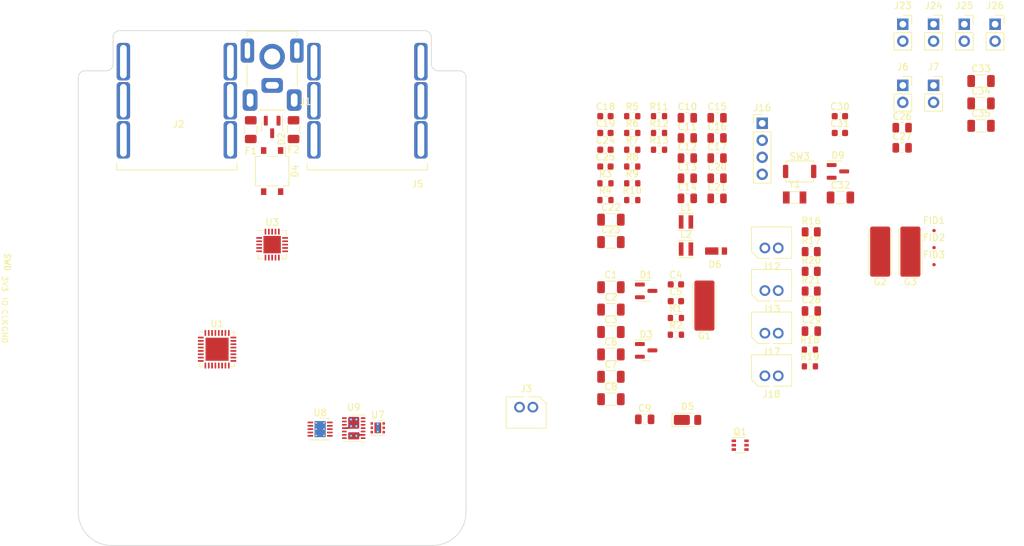
<source format=kicad_pcb>
(kicad_pcb (version 20221018) (generator pcbnew)
  (title_block (date "2023-01-12"))
  (layers (0 "F.Cu" mixed) (1 "In1.Cu" power) (2 "In2.Cu" power) (31 "B.Cu" mixed) (34 "B.Paste" user) (35 "F.Paste" user) (36 "B.SilkS" user "B.Silkscreen") (37 "F.SilkS" user "F.Silkscreen") (38 "B.Mask" user) (39 "F.Mask" user) (44 "Edge.Cuts" user))
  (net 0 "")
  (net 1 "+3V3")
  (net 2 "GND")
  (net 3 "/Input Output/AUDIO_OUT")
  (net 4 "AUDIO_IN_FILT")
  (net 5 "/Input Output/AUDIO_IN")
  (net 6 "DC_IN")
  (net 7 "/Power/V_SW_D2")
  (net 8 "+Vsw")
  (net 9 "-Vsw")
  (net 10 "+9V")
  (net 11 "-9V")
  (net 12 "AUDIO_OUT_FILT")
  (net 13 "/Input Output/DC_IN-")
  (net 14 "/Power/VBYPP")
  (net 15 "/Power/VBYPN")
  (net 16 "V_FTSW_A")
  (net 17 "V_FTSW_B")
  (net 18 "/Input Output/DC_IN_FUSED+")
  (net 19 "/Input Output/DC_IN_FUSED-")
  (net 20 "/Input Output/DC_IN+")
  (net 21 "/Input Output/BATT_SW_A")
  (net 22 "/Input Output/BATT_SW_B")
  (net 23 "AUDIO_IN_A")
  (net 24 "AUDIO_IN_B")
  (net 25 "/Power/FB2")
  (net 26 "/Power/FB1")
  (net 27 "/Power/+9VREG_FBP")
  (net 28 "/Power/-9VREG_FBN")
  (net 29 "AUDIO_OUT_A")
  (net 30 "AUDIO_OUT_B")
  (net 31 "/Footswitches/V_FTSW_RAW_A")
  (net 32 "/Footswitches/V_FTSW_RAW_B")
  (net 33 "/Footswitches/V_LEDB")
  (net 34 "/Footswitches/V_LEDA")
  (net 35 "VLED1")
  (net 36 "Net-(Q1B-D)")
  (net 37 "VLED2")
  (net 38 "Net-(Q1A-D)")
  (net 39 "Net-(U8-VREF)")
  (net 41 "/Microcontroller/XO1")
  (net 42 "/Power/VSW1")
  (net 43 "/Power/VSW2")
  (net 44 "/Power/5VREG_FB")
  (net 45 "/Microcontroller/XO2")
  (net 47 "SWDIO")
  (net 48 "/Microcontroller/SW_EN")
  (net 49 "/Microcontroller/SW_IN1")
  (net 50 "/Microcontroller/SW_IN2")
  (net 51 "/Microcontroller/SW_IN3")
  (net 52 "RST")
  (net 53 "/Microcontroller/SW_IN4")
  (net 56 "/Microcontroller/BYPASS_A")
  (net 57 "/Microcontroller/AUDIO_A_TO_B")
  (net 58 "SWDCK")
  (net 59 "/Microcontroller/BYPASS_B")
  (net 67 "+12V_EN")
  (net 68 "-12V_EN")
  (footprint "Resistor_SMD:R_0603_1608Metric" (layer "F.Cu") (at 177.85 91.83)
    (fp_text reference "R3" (at 0 -1.43) (layer "F.SilkS"))
    (fp_text value "62kΩ")
    (pad "1" smd roundrect (at -0.825 0) (size 0.8 0.95) (layers "F.Cu" "F.Paste" "F.Mask") (net 1 "+3V3"))
    (pad "2" smd roundrect (at 0.825 0) (size 0.8 0.95) (layers "F.Cu" "F.Paste" "F.Mask") (net 44 "/Power/5VREG_FB"))
  )
  (footprint "Resistor_SMD:R_0603_1608Metric" (layer "F.Cu") (at 181.86 84.3)
    (fp_text reference "R6" (at 0 -1.43) (layer "F.SilkS"))
    (fp_text value "62kΩ")
    (pad "1" smd roundrect (at -0.825 0) (size 0.8 0.95) (layers "F.Cu" "F.Paste" "F.Mask") (net 39 "Net-(U8-VREF)"))
    (pad "2" smd roundrect (at 0.825 0) (size 0.8 0.95) (layers "F.Cu" "F.Paste" "F.Mask") (net 25 "/Power/FB2"))
  )
  (footprint "Button_Switch_SMD:SW_Push_SPST_NO_Alps_SKRK" (layer "F.Cu") (at 206.9 90.05)
    (fp_text reference "SW3" (at 0 -2.25) (layer "F.SilkS"))
    (fp_text value "SW_DIP_x01")
    (pad "1" smd roundrect (at -2.1 0) (size 0.8 2) (layers "F.Cu" "F.Paste" "F.Mask") (net 2 "GND"))
    (pad "2" smd roundrect (at 2.1 0) (size 0.8 2) (layers "F.Cu" "F.Paste" "F.Mask") (net 52 "RST"))
  )
  (footprint "Library:Harwin_EMI_Finger_S7061-46R" (layer "F.Cu") (at 192.655 110.12)
    (fp_text reference "G1" (at 0 4.5 unlocked) (layer "F.SilkS"))
    (fp_text value "Chassis")
    (pad "1" smd roundrect (at 0 0) (size 3 7.5) (layers "F.Cu" "F.Paste" "F.Mask") (roundrect_rratio 0.1) (net 2 "GND"))
  )
  (footprint "Connector_PinSocket_2.54mm:PinSocket_1x02_P2.54mm_Vertical" (layer "F.Cu") (at 231.53 68.03)
    (fp_text reference "J25" (at 0 -2.77) (layer "F.SilkS"))
    (fp_text value "2P_HEADER")
    (pad "1" thru_hole rect (at 0 0) (size 1.7 1.7) (drill 1) (layers "*.Cu" "*.Mask") (net 2 "GND"))
    (pad "2" thru_hole oval (at 0 2.54) (size 1.7 1.7) (drill 1) (layers "*.Cu" "*.Mask") (net 29 "AUDIO_OUT_A"))
  )
  (footprint "Capacitor_SMD:C_0805_2012Metric" (layer "F.Cu") (at 194.55 88.06)
    (fp_text reference "C17" (at 0 -1.68) (layer "F.SilkS"))
    (fp_text value "22μF")
    (pad "1" smd roundrect (at -0.95 0) (size 1 1.45) (layers "F.Cu" "F.Paste" "F.Mask") (net 9 "-Vsw"))
    (pad "2" smd roundrect (at 0.95 0) (size 1 1.45) (layers "F.Cu" "F.Paste" "F.Mask") (net 2 "GND"))
  )
  (footprint "Library:DE14MA" (layer "F.Cu") (at 140.2 128.45)
    (fp_text reference "U9" (at 0 -3.125) (layer "F.SilkS"))
    (fp_text value "LT3032")
    (fp_line (start -1.25 0) (end -1 0) (stroke (width 0.25)) (layer "F.Cu"))
    (fp_line (start 1.4 1) (end 0.6 1) (stroke (width 0.25)) (layer "F.Cu"))
    (fp_arc (start -0.95 0.06) (mid -0.72568 0.034807) (end -0.5 0.03) (stroke (width 0.12)) (layer "F.Cu"))
    (fp_arc (start -0.7 -0.3) (mid -0.787868 -0.087868) (end -1 0) (stroke (width 0.25)) (layer "F.Cu"))
    (fp_arc (start 0.7 1.3) (mid 0.787868 1.087868) (end 1 1) (stroke (width 0.25)) (layer "F.Cu"))
    (fp_arc (start 1 1) (mid 0.805257 0.925483) (end 0.71 0.74) (stroke (width 0.25)) (layer "F.Cu"))
    (pad "1" smd roundrect (at -1.4 -1.5 270) (size 0.25 0.7) (layers "F.Cu" "F.Paste" "F.Mask") (net 10 "+9V"))
    (pad "2" smd roundrect (at -1.4 -1 270) (size 0.25 0.7) (layers "F.Cu" "F.Paste" "F.Mask") (net 27 "/Power/+9VREG_FBP"))
    (pad "3" smd roundrect (at -1.4 -0.5 270) (size 0.25 0.7) (layers "F.Cu" "F.Paste" "F.Mask") (net 14 "/Power/VBYPP"))
    (pad "4" smd roundrect (at -1.4 0 270) (size 0.25 0.7) (layers "F.Cu" "F.Paste" "F.Mask") (net 2 "GND"))
    (pad "5" smd roundrect (at -1.4 0.5 270) (size 0.25 0.7) (layers "F.Cu" "F.Paste" "F.Mask") (net 2 "GND"))
    (pad "6" smd roundrect (at -1.4 1 270) (size 0.25 0.7) (layers "F.Cu" "F.Paste" "F.Mask") (net 9 "-Vsw"))
    (pad "7" smd roundrect (at -1.4 1.5 270) (size 0.25 0.7) (layers "F.Cu" "F.Paste" "F.Mask") (net 11 "-9V"))
    (pad "8" smd roundrect (at 1.4 1.5 270) (size 0.25 0.7) (layers "F.Cu" "F.Paste" "F.Mask") (net 28 "/Power/-9VREG_FBN"))
    (pad "9" smd roundrect (at 1.4 1 270) (size 0.25 0.7) (layers "F.Cu" "F.Paste" "F.Mask") (net 9 "-Vsw"))
    (pad "10" smd roundrect (at 1.4 0.5 270) (size 0.25 0.7) (layers "F.Cu" "F.Paste" "F.Mask") (net 8 "+Vsw"))
    (pad "11" smd roundrect (at 1.4 0 270) (size 0.25 0.7) (layers "F.Cu" "F.Paste" "F.Mask") (net 15 "/Power/VBYPN"))
    (pad "12" smd roundrect (at 1.4 -0.5 270) (size 0.25 0.7) (layers "F.Cu" "F.Paste" "F.Mask") (net 8 "+Vsw"))
    (pad "13" smd roundrect (at 1.4 -1 270) (size 0.25 0.7) (layers "F.Cu" "F.Paste" "F.Mask"))
    (pad "14" smd roundrect (at 1.4 -1.5 270) (size 0.25 0.7) (layers "F.Cu" "F.Paste" "F.Mask") (net 8 "+Vsw"))
    (pad "15" thru_hole circle (at -0.4 -1.3) (size 0.5 0.5) (drill 0.2) (property pad_prop_heatsink) (layers "*.Cu" "*.Mask") (net 2 "GND"))
    (pad "15" thru_hole circle (at -0.4 -0.3) (size 0.5 0.5) (drill 0.2) (property pad_prop_heatsink) (layers "*.Cu" "*.Mask") (net 2 "GND"))
    (pad "15" smd roundrect (at 0 -0.8 270) (size 1.78 1.65) (layers "F.Cu" "F.Mask") (roundrect_rratio 0.1) (chamfer_ratio 0.1) (chamfer bottom_left) (net 2 "GND"))
    (pad "15" thru_hole circle (at 0.4 -1.3) (size 0.5 0.5) (drill 0.2) (property pad_prop_heatsink) (layers "*.Cu" "*.Mask") (net 2 "GND"))
    (pad "15" thru_hole circle (at 0.4 -0.3) (size 0.5 0.5) (drill 0.2) (property pad_prop_heatsink) (layers "*.Cu" "*.Mask") (net 2 "GND"))
    (pad "16" thru_hole circle (at -0.4 1.15) (size 0.5 0.5) (drill 0.2) (property pad_prop_heatsink) (layers "*.Cu" "*.Mask") (net 9 "-Vsw"))
    (pad "16" smd roundrect (at 0 1.15 270) (size 1.07 1.65) (layers "F.Cu" "F.Mask") (roundrect_rratio 0.1) (net 9 "-Vsw"))
    (pad "16" thru_hole circle (at 0.4 1.15) (size 0.5 0.5) (drill 0.2) (property pad_prop_heatsink) (layers "*.Cu" "*.Mask") (net 9 "-Vsw"))
  )
  (footprint "Capacitor_SMD:C_1206_3216Metric" (layer "F.Cu") (at 234.03 76.53)
    (fp_text reference "C33" (at 0 -1.85) (layer "F.SilkS"))
    (fp_text value "100nF")
    (pad "1" smd roundrect (at -1.475 0) (size 1.15 1.8) (layers "F.Cu" "F.Paste" "F.Mask") (roundrect_rratio 0.217391) (net 2 "GND"))
    (pad "2" smd roundrect (at 1.475 0) (size 1.15 1.8) (layers "F.Cu" "F.Paste" "F.Mask") (roundrect_rratio 0.217391) (net 10 "+9V"))
  )
  (footprint "Fiducial:Fiducial_0.5mm_Mask1mm" (layer "F.Cu") (at 227 98.9)
    (fp_text reference "FID1" (at 0 -1.5) (layer "F.SilkS"))
    (fp_text value "Fiducial")
    (pad "" smd circle (at 0 0) (size 0.5 0.5) (layers "F.Cu" "F.Mask") (clearance 0.25))
  )
  (footprint "Capacitor_SMD:C_0805_2012Metric" (layer "F.Cu") (at 194.55 82.04)
    (fp_text reference "C15" (at 0 -1.68) (layer "F.SilkS"))
    (fp_text value "22μF")
    (pad "1" smd roundrect (at -0.95 0) (size 1 1.45) (layers "F.Cu" "F.Paste" "F.Mask") (net 9 "-Vsw"))
    (pad "2" smd roundrect (at 0.95 0) (size 1 1.45) (layers "F.Cu" "F.Paste" "F.Mask") (net 2 "GND"))
  )
  (footprint "Library:TE_HPI_2.0MM_PITCH_MALE_HEADER_2POS" (layer "F.Cu") (at 202.7 109.625)
    (fp_text reference "J13" (at 0 1 unlocked) (layer "F.SilkS"))
    (fp_text value "6-440054-2")
    (pad "1" thru_hole circle (at -1 -1.75) (size 1.6 1.6) (drill 1) (layers "*.Cu" "*.Mask") (net 32 "/Footswitches/V_FTSW_RAW_B"))
    (pad "2" thru_hole circle (at 1 -1.75) (size 1.6 1.6) (drill 1) (layers "*.Cu" "*.Mask") (net 1 "+3V3"))
  )
  (footprint "Capacitor_SMD:C_0805_2012Metric" (layer "F.Cu") (at 208.65 113.94)
    (fp_text reference "C29" (at 0 -1.68) (layer "F.SilkS"))
    (fp_text value "22μF")
    (pad "1" smd roundrect (at -0.95 0) (size 1 1.45) (layers "F.Cu" "F.Paste" "F.Mask") (net 2 "GND"))
    (pad "2" smd roundrect (at 0.95 0) (size 1 1.45) (layers "F.Cu" "F.Paste" "F.Mask") (net 17 "V_FTSW_B"))
  )
  (footprint "Capacitor_SMD:C_0805_2012Metric" (layer "F.Cu") (at 190.1 82.04)
    (fp_text reference "C10" (at 0 -1.68) (layer "F.SilkS"))
    (fp_text value "22μF")
    (pad "1" smd roundrect (at -0.95 0) (size 1 1.45) (layers "F.Cu" "F.Paste" "F.Mask") (net 2 "GND"))
    (pad "2" smd roundrect (at 0.95 0) (size 1 1.45) (layers "F.Cu" "F.Paste" "F.Mask") (net 6 "DC_IN"))
  )
  (footprint "Library:Harwin_EMI_Finger_S7061-46R" (layer "F.Cu") (at 223.465 102.05)
    (fp_text reference "G3" (at 0 4.5 unlocked) (layer "F.SilkS"))
    (fp_text value "Chassis")
    (pad "1" smd roundrect (at 0 0) (size 3 7.5) (layers "F.Cu" "F.Paste" "F.Mask") (roundrect_rratio 0.1) (net 2 "GND"))
  )
  (footprint "Package_TO_SOT_SMD:TO-269AA" (layer "F.Cu") (at 128 90 -90)
    (fp_text reference "D4" (at 0 -3.4 90) (layer "F.SilkS"))
    (fp_text value "FULL BRIDGE")
    (pad "1" smd rect (at -3.075 -1.27 270) (size 1 0.8) (layers "F.Cu" "F.Paste" "F.Mask") (net 18 "/Input Output/DC_IN_FUSED+"))
    (pad "2" smd rect (at -3.075 1.27 270) (size 1 0.8) (layers "F.Cu" "F.Paste" "F.Mask") (net 19 "/Input Output/DC_IN_FUSED-"))
    (pad "3" smd rect (at 3.075 1.27 270) (size 1 0.8) (layers "F.Cu" "F.Paste" "F.Mask") (net 6 "DC_IN"))
    (pad "4" smd rect (at 3.075 -1.27 270) (size 1 0.8) (layers "F.Cu" "F.Paste" "F.Mask") (net 2 "GND"))
  )
  (footprint "Connector_PinHeader_2.54mm:PinHeader_1x04_P2.54mm_Vertical" (layer "F.Cu") (at 201.3 82.86)
    (fp_text reference "J16" (at 0 -2.33) (layer "F.SilkS"))
    (fp_text value "Conn_01x04_Pin")
    (pad "1" thru_hole rect (at 0 0) (size 1.7 1.7) (drill 1) (layers "*.Cu" "*.Mask") (net 1 "+3V3"))
    (pad "2" thru_hole oval (at 0 2.54) (size 1.7 1.7) (drill 1) (layers "*.Cu" "*.Mask") (net 47 "SWDIO"))
    (pad "3" thru_hole oval (at 0 5.08) (size 1.7 1.7) (drill 1) (layers "*.Cu" "*.Mask") (net 58 "SWDCK"))
    (pad "4" thru_hole oval (at 0 7.62) (size 1.7 1.7) (drill 1) (layers "*.Cu" "*.Mask") (net 2 "GND"))
  )
  (footprint "Resistor_SMD:R_0805_2012Metric" (layer "F.Cu") (at 208.63 102.05)
    (fp_text reference "R17" (at 0 -1.65) (layer "F.SilkS"))
    (fp_text value "47Ω")
    (pad "1" smd roundrect (at -0.9125 0) (size 1.025 1.4) (layers "F.Cu" "F.Paste" "F.Mask") (roundrect_rratio 0.243902) (net 17 "V_FTSW_B"))
    (pad "2" smd roundrect (at 0.9125 0) (size 1.025 1.4) (layers "F.Cu" "F.Paste" "F.Mask") (roundrect_rratio 0.243902) (net 32 "/Footswitches/V_FTSW_RAW_B"))
  )
  (footprint "Capacitor_SMD:C_0603_1608Metric" (layer "F.Cu") (at 177.85 84.3)
    (fp_text reference "C19" (at 0 -1.43) (layer "F.SilkS"))
    (fp_text value "10nF")
    (pad "1" smd roundrect (at -0.775 0) (size 0.9 0.95) (layers "F.Cu" "F.Paste" "F.Mask") (net 11 "-9V"))
    (pad "2" smd roundrect (at 0.775 0) (size 0.9 0.95) (layers "F.Cu" "F.Paste" "F.Mask") (net 15 "/Power/VBYPN"))
  )
  (footprint "Fiducial:Fiducial_0.5mm_Mask1mm" (layer "F.Cu") (at 227 104)
    (fp_text reference "FID3" (at 0 -1.5) (layer "F.SilkS"))
    (fp_text value "Fiducial")
    (pad "" smd circle (at 0 0) (size 0.5 0.5) (layers "F.Cu" "F.Mask") (clearance 0.25))
  )
  (footprint "Capacitor_SMD:C_1206_3216Metric" (layer "F.Cu") (at 178.67 124.12)
    (fp_text reference "C8" (at 0 -1.85) (layer "F.SilkS"))
    (fp_text value "330nF")
    (pad "1" smd roundrect (at -1.475 0) (size 1.15 1.8) (layers "F.Cu" "F.Paste" "F.Mask") (roundrect_rratio 0.217391) (net 5 "/Input Output/AUDIO_IN"))
    (pad "2" smd roundrect (at 1.475 0) (size 1.15 1.8) (layers "F.Cu" "F.Paste" "F.Mask") (roundrect_rratio 0.217391) (net 4 "AUDIO_IN_FILT"))
  )
  (footprint "Connector_PinSocket_2.54mm:PinSocket_1x02_P2.54mm_Vertical" (layer "F.Cu") (at 222.33 68.03)
    (fp_text reference "J23" (at 0 -2.77) (layer "F.SilkS"))
    (fp_text value "2P_HEADER")
    (pad "1" thru_hole rect (at 0 0) (size 1.7 1.7) (drill 1) (layers "*.Cu" "*.Mask") (net 23 "AUDIO_IN_A"))
    (pad "2" thru_hole oval (at 0 2.54) (size 1.7 1.7) (drill 1) (layers "*.Cu" "*.Mask") (net 2 "GND"))
  )
  (footprint "Capacitor_SMD:C_0805_2012Metric" (layer "F.Cu") (at 190.1 88.06)
    (fp_text reference "C12" (at 0 -1.68) (layer "F.SilkS"))
    (fp_text value "22μF")
    (pad "1" smd roundrect (at -0.95 0) (size 1 1.45) (layers "F.Cu" "F.Paste" "F.Mask") (net 2 "GND"))
    (pad "2" smd roundrect (at 0.95 0) (size 1 1.45) (layers "F.Cu" "F.Paste" "F.Mask") (net 6 "DC_IN"))
  )
  (footprint "Capacitor_SMD:C_0805_2012Metric" (layer "F.Cu") (at 190.1 94.08)
    (fp_text reference "C14" (at 0 -1.68) (layer "F.SilkS"))
    (fp_text value "22μF")
    (pad "1" smd roundrect (at -0.95 0) (size 1 1.45) (layers "F.Cu" "F.Paste" "F.Mask") (net 2 "GND"))
    (pad "2" smd roundrect (at 0.95 0) (size 1 1.45) (layers "F.Cu" "F.Paste" "F.Mask") (net 8 "+Vsw"))
  )
  (footprint "Capacitor_SMD:C_1206_3216Metric" (layer "F.Cu") (at 178.67 117.42)
    (fp_text reference "C6" (at 0 -1.85) (layer "F.SilkS"))
    (fp_text value "330nF")
    (pad "1" smd roundrect (at -1.475 0) (size 1.15 1.8) (layers "F.Cu" "F.Paste" "F.Mask") (roundrect_rratio 0.217391) (net 5 "/Input Output/AUDIO_IN"))
    (pad "2" smd roundrect (at 1.475 0) (size 1.15 1.8) (layers "F.Cu" "F.Paste" "F.Mask") (roundrect_rratio 0.217391) (net 4 "AUDIO_IN_FILT"))
  )
  (footprint "Resistor_SMD:R_0603_1608Metric" (layer "F.Cu") (at 185.87 84.3)
    (fp_text reference "R12" (at 0 -1.43) (layer "F.SilkS"))
    (fp_text value "78.7kΩ")
    (pad "1" smd roundrect (at -0.825 0) (size 0.8 0.95) (layers "F.Cu" "F.Paste" "F.Mask") (net 2 "GND"))
    (pad "2" smd roundrect (at 0.825 0) (size 0.8 0.95) (layers "F.Cu" "F.Paste" "F.Mask") (net 28 "/Power/-9VREG_FBN"))
  )
  (footprint "Resistor_SMD:R_0603_1608Metric" (layer "F.Cu") (at 188.39 114.48)
    (fp_text reference "R2" (at 0 -1.43) (layer "F.SilkS"))
    (fp_text value "1MΩ")
    (pad "1" smd roundrect (at -0.825 0) (size 0.8 0.95) (layers "F.Cu" "F.Paste" "F.Mask") (net 5 "/Input Output/AUDIO_IN"))
    (pad "2" smd roundrect (at 0.825 0) (size 0.8 0.95) (layers "F.Cu" "F.Paste" "F.Mask") (net 2 "GND"))
  )
  (footprint "Capacitor_SMD:C_0805_2012Metric" (layer "F.Cu") (at 194.55 91.07)
    (fp_text reference "C20" (at 0 -1.68) (layer "F.SilkS"))
    (fp_text value "22μF")
    (pad "1" smd roundrect (at -0.95 0) (size 1 1.45) (layers "F.Cu" "F.Paste" "F.Mask") (net 2 "GND"))
    (pad "2" smd roundrect (at 0.95 0) (size 1 1.45) (layers "F.Cu" "F.Paste" "F.Mask") (net 10 "+9V"))
  )
  (footprint "Resistor_SMD:R_0805_2012Metric" (layer "F.Cu") (at 208.63 107.95)
    (fp_text reference "R21" (at 0 -1.65) (layer "F.SilkS"))
    (fp_text value "47Ω")
    (pad "1" smd roundrect (at -0.9125 0) (size 1.025 1.4) (layers "F.Cu" "F.Paste" "F.Mask") (roundrect_rratio 0.243902) (net 38 "Net-(Q1A-D)"))
    (pad "2" smd roundrect (at 0.9125 0) (size 1.025 1.4) (layers "F.Cu" "F.Paste" "F.Mask") (roundrect_rratio 0.243902) (net 34 "/Footswitches/V_LEDA"))
  )
  (footprint "Resistor_SMD:R_0603_1608Metric" (layer "F.Cu") (at 181.86 86.81)
    (fp_text reference "R7" (at 0 -1.43) (layer "F.SilkS"))
    (fp_text value "499kΩ")
    (pad "1" smd roundrect (at -0.825 0) (size 0.8 0.95) (layers "F.Cu" "F.Paste" "F.Mask") (net 8 "+Vsw"))
    (pad "2" smd roundrect (at 0.825 0) (size 0.8 0.95) (layers "F.Cu" "F.Paste" "F.Mask") (net 26 "/Power/FB1"))
  )
  (footprint "Capacitor_SMD:C_1206_3216Metric" (layer "F.Cu") (at 234.03 83.23)
    (fp_text reference "C35" (at 0 -1.85) (layer "F.SilkS"))
    (fp_text value "100nF")
    (pad "1" smd roundrect (at -1.475 0) (size 1.15 1.8) (layers "F.Cu" "F.Paste" "F.Mask") (roundrect_rratio 0.217391) (net 11 "-9V"))
    (pad "2" smd roundrect (at 1.475 0) (size 1.15 1.8) (layers "F.Cu" "F.Paste" "F.Mask") (roundrect_rratio 0.217391) (net 10 "+9V"))
  )
  (footprint "Library:TE_HPI_2.0MM_PITCH_MALE_HEADER_2POS" (layer "F.Cu") (at 202.7 116)
    (fp_text reference "J17" (at 0 1 unlocked) (layer "F.SilkS"))
    (fp_text value "6-440054-2")
    (pad "1" thru_hole circle (at -1 -1.75) (size 1.6 1.6) (drill 1) (layers "*.Cu" "*.Mask") (net 1 "+3V3"))
    (pad "2" thru_hole circle (at 1 -1.75) (size 1.6 1.6) (drill 1) (layers "*.Cu" "*.Mask") (net 33 "/Footswitches/V_LEDB"))
  )
  (footprint "Library:Amphenol_ACJS-IHS" (layer "F.Cu") (at 142.25 79.83)
    (fp_text reference "J5" (at 7.5 12.1 unlocked) (layer "F.SilkS"))
    (fp_text value "1/4\" JACK, STEREO")
    (pad "R" thru_hole roundrect (at 8 -0.35) (size 2 5.6) (drill oval 1 5) (layers "*.Cu" "*.Mask") (net 2 "GND"))
    (pad "RN" thru_hole roundrect (at -8 -0.35) (size 2 5.6) (drill oval 1 5) (layers "*.Cu" "*.Mask") (net 2 "GND"))
    (pad "S" thru_hole roundrect (at 8 -6.2) (size 2 5.6) (drill oval 1 5) (layers "*.Cu" "*.Mask") (net 2 "GND"))
    (pad "SN" thru_hole roundrect (at -8 -6.2) (size 2 5.6) (drill oval 1 5) (layers "*.Cu" "*.Mask") (net 2 "GND"))
    (pad "T" thru_hole roundrect (at 8 5.5) (size 2 5.6) (drill oval 1 5) (layers "*.Cu" "*.Mask") (net 3 "/Input Output/AUDIO_OUT"))
    (pad "TN" thru_hole roundrect (at -8 5.5) (size 2 5.6) (drill oval 1 5) (layers "*.Cu" "*.Mask") (net 3 "/Input Output/AUDIO_OUT"))
  )
  (footprint "Package_TO_SOT_SMD:SOT-23" (layer "F.Cu") (at 128 83.4 -90)
    (fp_text reference "D2" (at 1.8 -1.4 90) (layer "F.SilkS"))
    (fp_text value "TVS")
    (pad "1" smd roundrect (at -0.9375 -0.95 270) (size 1.475 0.6) (layers "F.Cu" "F.Paste" "F.Mask") (net 20 "/Input Output/DC_IN+"))
    (pad "2" smd roundrect (at -0.9375 0.95 270) (size 1.475 0.6) (layers "F.Cu" "F.Paste" "F.Mask") (net 13 "/Input Output/DC_IN-"))
    (pad "3" smd roundrect (at 0.9375 0 270) (size 1.475 0.6) (layers "F.Cu" "F.Paste" "F.Mask") (net 2 "GND"))
  )
  (footprint "Capacitor_SMD:C_1206_3216Metric" (layer "F.Cu") (at 213 93.95)
    (fp_text reference "C32" (at 0 -1.85) (layer "F.SilkS"))
    (fp_text value "100nF")
    (pad "1" smd roundrect (at -1.475 0) (size 1.15 1.8) (layers "F.Cu" "F.Paste" "F.Mask") (roundrect_rratio 0.217391) (net 2 "GND"))
    (pad "2" smd roundrect (at 1.475 0) (size 1.15 1.8) (layers "F.Cu" "F.Paste" "F.Mask") (roundrect_rratio 0.217391) (net 1 "+3V3"))
  )
  (footprint "Capacitor_SMD:C_0805_2012Metric" (layer "F.Cu") (at 194.55 85.05)
    (fp_text reference "C16" (at 0 -1.68) (layer "F.SilkS"))
    (fp_text value "22μF")
    (pad "1" smd roundrect (at -0.95 0) (size 1 1.45) (layers "F.Cu" "F.Paste" "F.Mask") (net 2 "GND"))
    (pad "2" smd roundrect (at 0.95 0) (size 1 1.45) (layers "F.Cu" "F.Paste" "F.Mask") (net 8 "+Vsw"))
  )
  (footprint "Package_TO_SOT_SMD:SOT-23" (layer "F.Cu") (at 212.62 90.05)
    (fp_text reference "D9" (at 0 -2.4) (layer "F.SilkS"))
    (fp_text value "PESD12VL2BT,215")
    (pad "1" smd roundrect (at -0.9375 -0.95) (size 1.475 0.6) (layers "F.Cu" "F.Paste" "F.Mask") (net 47 "SWDIO"))
    (pad "2" smd roundrect (at -0.9375 0.95) (size 1.475 0.6) (layers "F.Cu" "F.Paste" "F.Mask") (net 58 "SWDCK"))
    (pad "3" smd roundrect (at 0.9375 0) (size 1.475 0.6) (layers "F.Cu" "F.Paste" "F.Mask") (net 2 "GND"))
  )
  (footprint "Capacitor_SMD:C_0805_2012Metric" (layer "F.Cu") (at 208.65 110.93)
    (fp_text reference "C28" (at 0 -1.68) (layer "F.SilkS"))
    (fp_text value "22μF")
    (pad "1" smd roundrect (at -0.95 0) (size 1 1.45) (layers "F.Cu" "F.Paste" "F.Mask") (net 2 "GND"))
    (pad "2" smd roundrect (at 0.95 0) (size 1 1.45) (layers "F.Cu" "F.Paste" "F.Mask") (net 16 "V_FTSW_A"))
  )
  (footprint "Library:TE_HPI_2.0MM_PITCH_MALE_HEADER_2POS" (layer "F.Cu") (at 202.7 122.375)
    (fp_text reference "J18" (at 0 1 unlocked) (layer "F.SilkS"))
    (fp_text value "6-440054-2")
    (pad "1" thru_hole circle (at -1 -1.75) (size 1.6 1.6) (drill 1) (layers "*.Cu" "*.Mask") (net 1 "+3V3"))
    (pad "2" thru_hole circle (at 1 -1.75) (size 1.6 1.6) (drill 1) (layers "*.Cu" "*.Mask") (net 34 "/Footswitches/V_LEDA"))
  )
  (footprint "Fuse:Fuse_1206_3216Metric" (layer "F.Cu") (at 124.8 83.8 90)
    (fp_text reference "F1" (at -3.2 0 180) (layer "F.SilkS"))
    (fp_text value "PPTC")
    (pad "1" smd roundrect (at -1.4 0 90) (size 1.25 1.75) (layers "F.Cu" "F.Paste" "F.Mask") (roundrect_rratio 0.2) (net 19 "/Input Output/DC_IN_FUSED-"))
    (pad "2" smd roundrect (at 1.4 0 90) (size 1.25 1.75) (layers "F.Cu" "F.Paste" "F.Mask") (roundrect_rratio 0.2) (net 13 "/Input Output/DC_IN-"))
  )
  (footprint "Resistor_SMD:R_0805_2012Metric" (layer "F.Cu") (at 208.63 99.1)
    (fp_text reference "R16" (at 0 -1.65) (layer "F.SilkS"))
    (fp_text value "47Ω")
    (pad "1" smd roundrect (at -0.9125 0) (size 1.025 1.4) (layers "F.Cu" "F.Paste" "F.Mask") (roundrect_rratio 0.243902) (net 16 "V_FTSW_A"))
    (pad "2" smd roundrect (at 0.9125 0) (size 1.025 1.4) (layers "F.Cu" "F.Paste" "F.Mask") (roundrect_rratio 0.243902) (net 31 "/Footswitches/V_FTSW_RAW_A"))
  )
  (footprint "Capacitor_SMD:C_0805_2012Metric" (layer "F.Cu") (at 190.1 85.05)
    (fp_text reference "C11" (at 0 -1.68) (layer "F.SilkS"))
    (fp_text value "22μF")
    (pad "1" smd roundrect (at -0.95 0) (size 1 1.45) (layers "F.Cu" "F.Paste" "F.Mask") (net 7 "/Power/V_SW_D2"))
    (pad "2" smd roundrect (at 0.95 0) (size 1 1.45) (layers "F.Cu" "F.Paste" "F.Mask") (net 6 "DC_IN"))
  )
  (footprint "Resistor_SMD:R_0805_2012Metric" (layer "F.Cu") (at 208.63 105)
    (fp_text reference "R20" (at 0 -1.65) (layer "F.SilkS"))
    (fp_text value "47Ω")
    (pad "1" smd roundrect (at -0.9125 0) (size 1.025 1.4) (layers "F.Cu" "F.Paste" "F.Mask") (roundrect_rratio 0.243902) (net 36 "Net-(Q1B-D)"))
    (pad "2" smd roundrect (at 0.9125 0) (size 1.025 1.4) (layers "F.Cu" "F.Paste" "F.Mask") (roundrect_rratio 0.243902) (net 33 "/Footswitches/V_LEDB"))
  )
  (footprint "Capacitor_SMD:C_1206_3216Metric" (layer "F.Cu") (at 178.67 107.37)
    (fp_text reference "C1" (at 0 -1.85) (layer "F.SilkS"))
    (fp_text value "330nF")
    (pad "1" smd roundrect (at -1.475 0) (size 1.15 1.8) (layers "F.Cu" "F.Paste" "F.Mask") (roundrect_rratio 0.217391) (net 12 "AUDIO_OUT_FILT"))
    (pad "2" smd roundrect (at 1.475 0) (size 1.15 1.8) (layers "F.Cu" "F.Paste" "F.Mask") (roundrect_rratio 0.217391) (net 3 "/Input Output/AUDIO_OUT"))
  )
  (footprint "Capacitor_SMD:C_0805_2012Metric" (layer "F.Cu") (at 194.55 94.08)
    (fp_text reference "C21" (at 0 -1.68) (layer "F.SilkS"))
    (fp_text value "22μF")
    (pad "1" smd roundrect (at -0.95 0) (size 1 1.45) (layers "F.Cu" "F.Paste" "F.Mask") (net 11 "-9V"))
    (pad "2" smd roundrect (at 0.95 0) (size 1 1.45) (layers "F.Cu" "F.Paste" "F.Mask") (net 2 "GND"))
  )
  (footprint "Resistor_SMD:R_0603_1608Metric" (layer "F.Cu") (at 208.43 116.7)
    (fp_text reference "R18" (at 0 -1.43) (layer "F.SilkS"))
    (fp_text value "10kΩ")
    (pad "1" smd roundrect (at -0.825 0) (size 0.8 0.95) (layers "F.Cu" "F.Paste" "F.Mask") (net 16 "V_FTSW_A"))
    (pad "2" smd roundrect (at 0.825 0) (size 0.8 0.95) (layers "F.Cu" "F.Paste" "F.Mask") (net 2 "GND"))
  )
  (footprint "Capacitor_SMD:C_0603_1608Metric" (layer "F.Cu") (at 188.39 109.46)
    (fp_text reference "C5" (at 0 -1.43) (layer "F.SilkS"))
    (fp_text value "6pF")
    (pad "1" smd roundrect (at -0.775 0) (size 0.9 0.95) (layers "F.Cu" "F.Paste" "F.Mask") (net 3 "/Input Output/AUDIO_OUT"))
    (pad "2" smd roundrect (at 0.775 0) (size 0.9 0.95) (layers "F.Cu" "F.Paste" "F.Mask") (net 2 "GND"))
  )
  (footprint "Library:SOD-323HE" (layer "F.Cu") (at 194.25 101.96)
    (fp_text reference "D6" (at 0 2 unlocked) (layer "F.SilkS"))
    (fp_text value "RSX051VAM30TR ")
    (pad "1" smd roundrect (at -0.5 0) (size 2 1.1) (layers "F.Cu" "F.Paste" "F.Mask") (roundrect_rratio 0.1) (net 7 "/Power/V_SW_D2"))
    (pad "2" smd roundrect (at 1.4 0) (size 0.8 1.1) (layers "F.Cu" "F.Paste" "F.Mask") (roundrect_rratio 0.1) (net 9 "-Vsw"))
  )
  (footprint "Connector_PinSocket_2.54mm:PinSocket_1x02_P2.54mm_Vertical" (layer "F.Cu") (at 226.93 77.18)
    (fp_text reference "J7" (at 0 -2.77) (layer "F.SilkS"))
    (fp_text value "2P_HEADER")
    (pad "1" thru_hole rect (at 0 0) (size 1.7 1.7) (drill 1) (layers "*.Cu" "*.Mask") (net 2 "GND"))
    (pad "2" thru_hole oval (at 0 2.54) (size 1.7 1.7) (drill 1) (layers "*.Cu" "*.Mask") (net 11 "-9V"))
  )
  (footprint "Capacitor_SMD:C_0603_1608Metric" (layer "F.Cu") (at 212.92 81.79)
    (fp_text reference "C30" (at 0 -1.43) (layer "F.SilkS"))
    (fp_text value "6pF")
    (pad "1" smd roundrect (at -0.775 0) (size 0.9 0.95) (layers "F.Cu" "F.Paste" "F.Mask") (net 41 "/Microcontroller/XO1"))
    (pad "2" smd roundrect (at 0.775 0) (size 0.9 0.95) (layers "F.Cu" "F.Paste" "F.Mask") (net 2 "GND"))
  )
  (footprint "Resistor_SMD:R_0603_1608Metric" (layer "F.Cu") (at 181.86 81.79)
    (fp_text reference "R5" (at 0 -1.43) (layer "F.SilkS"))
    (fp_text value "62kΩ")
    (pad "1" smd roundrect (at -0.825 0) (size 0.8 0.95) (layers "F.Cu" "F.Paste" "F.Mask") (net 1 "+3V3"))
    (pad "2" smd roundrect (at 0.825 0) (size 0.8 0.95) (layers "F.Cu" "F.Paste" "F.Mask") (net 44 "/Power/5VREG_FB"))
  )
  (footprint "Diode_SMD:D_PowerDI-123" (layer "F.Cu") (at 190.13 127.22)
    (fp_text reference "D5" (at 0 -2) (layer "F.SilkS"))
    (fp_text value "DFLZ13Q-7")
    (pad "1" smd roundrect (at -0.85 0 180) (size 2.4 1.5) (layers "F.Cu" "F.Paste" "F.Mask") (roundrect_rratio 0.1666666667) (net 6 "DC_IN"))
    (pad "2" smd roundrect (at 1.525 0 180) (size 1.05 1.5) (layers "F.Cu" "F.Paste" "F.Mask") (roundrect_rratio 0.2380952381) (net 2 "GND"))
  )
  (footprint "Capacitor_SMD:C_1206_3216Metric" (layer "F.Cu") (at 178.67 120.77)
    (fp_text reference "C7" (at 0 -1.85) (layer "F.SilkS"))
    (fp_text value "330nF")
    (pad "1" smd roundrect (at -1.475 0) (size 1.15 1.8) (layers "F.Cu" "F.Paste" "F.Mask") (roundrect_rratio 0.217391) (net 5 "/Input Output/AUDIO_IN"))
    (pad "2" smd roundrect (at 1.475 0) (size 1.15 1.8) (layers "F.Cu" "F.Paste" "F.Mask") (roundrect_rratio 0.217391) (net 4 "AUDIO_IN_FILT"))
  )
  (footprint "Package_TO_SOT_SMD:SOT-363_SC-70-6" (layer "F.Cu") (at 198 131)
    (fp_text reference "Q1" (at 0 -2) (layer "F.SilkS"))
    (fp_text value "Q_Dual_NMOS_S1G1D2S2G2D1")
    (pad "1" smd rect (at -0.95 -0.65) (size 0.65 0.4) (layers "F.Cu" "F.Paste" "F.Mask") (net 2 "GND"))
    (pad "2" smd rect (at -0.95 0) (size 0.65 0.4) (layers "F.Cu" "F.Paste" "F.Mask") (net 35 "VLED1"))
    (pad "3" smd rect (at -0.95 0.65) (size 0.65 0.4) (layers "F.Cu" "F.Paste" "F.Mask") (net 36 "Net-(Q1B-D)"))
    (pad "4" smd rect (at 0.95 0.65) (size 0.65 0.4) (layers "F.Cu" "F.Paste" "F.Mask") (net 2 "GND"))
    (pad "5" smd rect (at 0.95 0) (size 0.65 0.4) (layers "F.Cu" "F.Paste" "F.Mask") (net 37 "VLED2"))
    (pad "6" smd rect (at 0.95 -0.65) (size 0.65 0.4) (layers "F.Cu" "F.Paste" "F.Mask") (net 38 "Net-(Q1A-D)"))
  )
  (footprint "Resistor_SMD:R_0603_1608Metric" (layer "F.Cu") (at 208.43 119.21)
    (fp_text reference "R19" (at 0 -1.43) (layer "F.SilkS"))
    (fp_text value "10kΩ")
    (pad "1" smd roundrect (at -0.825 0) (size 0.8 0.95) (layers "F.Cu" "F.Paste" "F.Mask") (net 17 "V_FTSW_B"))
    (pad "2" smd roundrect (at 0.825 0) (size 0.8 0.95) (layers "F.Cu" "F.Paste" "F.Mask") (net 2 "GND"))
  )
  (footprint "Capacitor_SMD:C_0603_1608Metric" (layer "F.Cu") (at 177.85 86.81)
    (fp_text reference "C24" (at 0 -1.43) (layer "F.SilkS"))
    (fp_text value "10nF")
    (pad "1" smd roundrect (at -0.775 0) (size 0.9 0.95) (layers "F.Cu" "F.Paste" "F.Mask") (net 10 "+9V"))
    (pad "2" smd roundrect (at 0.775 0) (size 0.9 0.95) (layers "F.Cu" "F.Paste" "F.Mask") (net 2 "GND"))
  )
  (footprint "Connector_PinSocket_2.54mm:PinSocket_1x02_P2.54mm_Vertical" (layer "F.Cu") (at 222.33 77.18)
    (fp_text reference "J6" (at 0 -2.77) (layer "F.SilkS"))
    (fp_text value "2P_HEADER")
    (pad "1" thru_hole rect (at 0 0) (size 1.7 1.7) (drill 1) (layers "*.Cu" "*.Mask") (net 10 "+9V"))
    (pad "2" thru_hole oval (at 0 2.54) (size 1.7 1.7) (drill 1) (layers "*.Cu" "*.Mask") (net 2 "GND"))
  )
  (footprint "Resistor_SMD:R_0603_1608Metric" (layer "F.Cu") (at 181.86 89.32)
    (fp_text reference "R8" (at 0 -1.43) (layer "F.SilkS"))
    (fp_text value "62kΩ")
    (pad "1" smd roundrect (at -0.825 0) (size 0.8 0.95) (layers "F.Cu" "F.Paste" "F.Mask") (net 26 "/Power/FB1"))
    (pad "2" smd roundrect (at 0.825 0) (size 0.8 0.95) (layers "F.Cu" "F.Paste" "F.Mask") (net 2 "GND"))
  )
  (footprint "Package_SON:WSON-6-1EP_2x2mm_P0.65mm_EP1x1.6mm_ThermalVias" (layer "F.Cu") (at 143.8 128.4)
    (fp_text reference "U7" (at 0 -1.95) (layer "F.SilkS"))
    (fp_text value "TLV767")
    (pad "1" smd roundrect (at -0.8875 -0.65) (size 0.375 0.4) (layers "F.Cu" "F.Paste" "F.Mask") (net 1 "+3V3"))
    (pad "2" smd roundrect (at -0.8875 0) (size 0.375 0.4) (layers "F.Cu" "F.Paste" "F.Mask") (net 44 "/Power/5VREG_FB"))
    (pad "3" smd roundrect (at -0.8875 0.65) (size 0.375 0.4) (layers "F.Cu" "F.Paste" "F.Mask") (net 2 "GND"))
    (pad "4" smd roundrect (at 0.8875 0.65) (size 0.375 0.4) (layers "F.Cu" "F.Paste" "F.Mask") (net 6 "DC_IN"))
    (pad "5" smd roundrect (at 0.8875 0) (size 0.375 0.4) (layers "F.Cu" "F.Paste" "F.Mask") (net 2 "GND"))
    (pad "6" smd roundrect (at 0.8875 -0.65) (size 0.375 0.4) (layers "F.Cu" "F.Paste" "F.Mask") (net 6 "DC_IN"))
    (pad "7" thru_hole circle (at 0 -0.55) (size 0.5 0.5) (drill 0.2) (layers "*.Cu") (net 2 "GND"))
    (pad "7" smd rect (at 0 0) (size 0.5 1.6) (layers "B.Cu") (net 2 "GND"))
    (pad "7" smd rect (at 0 0) (size 1 1.6) (layers "F.Cu" "F.Mask") (net 2 "GND"))
    (pad "7" thru_hole circle (at 0 0.55) (size 0.5 0.5) (drill 0.2) (layers "*.Cu") (net 2 "GND"))
  )
  (footprint "Capacitor_SMD:C_0603_1608Metric" (layer "F.Cu") (at 188.39 106.95)
    (fp_text reference "C4" (at 0 -1.43) (layer "F.SilkS"))
    (fp_text value "6pF")
    (pad "1" smd roundrect (at -0.775 0) (size 0.9 0.95) (layers "F.Cu" "F.Paste" "F.Mask") (net 2 "GND"))
    (pad "2" smd roundrect (at 0.775 0) (size 0.9 0.95) (layers "F.Cu" "F.Paste" "F.Mask") (net 5 "/Input Output/AUDIO_IN"))
  )
  (footprint "Resistor_SMD:R_0603_1608Metric" (layer "F.Cu") (at 181.86 94.34)
    (fp_text reference "R10" (at 0 -1.43) (layer "F.SilkS"))
    (fp_text value "499kΩ")
    (pad "1" smd roundrect (at -0.825 0) (size 0.8 0.95) (layers "F.Cu" "F.Paste" "F.Mask") (net 10 "+9V"))
    (pad "2" smd roundrect (at 0.825 0) (size 0.8 0.95) (layers "F.Cu" "F.Paste" "F.Mask") (net 27 "/Power/+9VREG_FBP"))
  )
  (footprint "Fiducial:Fiducial_0.5mm_Mask1mm" (layer "F.Cu") (at 227 101.45)
    (fp_text reference "FID2" (at 0 -1.5) (layer "F.SilkS"))
    (fp_text value "Fiducial")
    (pad "" smd circle (at 0 0) (size 0.5 0.5) (layers "F.Cu" "F.Mask") (clearance 0.25))
  )
  (footprint "Capacitor_SMD:C_1206_3216Metric" (layer "F.Cu") (at 178.67 110.72)
    (fp_text reference "C2" (at 0 -1.85) (layer "F.SilkS"))
    (fp_text value "330nF")
    (pad "1" smd roundrect (at -1.475 0) (size 1.15 1.8) (layers "F.Cu" "F.Paste" "F.Mask") (roundrect_rratio 0.217391) (net 12 "AUDIO_OUT_FILT"))
    (pad "2" smd roundrect (at 1.475 0) (size 1.15 1.8) (layers "F.Cu" "F.Paste" "F.Mask") (roundrect_rratio 0.217391) (net 3 "/Input Output/AUDIO_OUT"))
  )
  (footprint "Capacitor_SMD:C_0805_2012Metric" (layer "F.Cu") (at 183.72 127.13)
    (fp_text reference "C9" (at 0 -1.68) (layer "F.SilkS"))
    (fp_text value "22μF")
    (pad "1" smd roundrect (at -0.95 0) (size 1 1.45) (layers "F.Cu" "F.Paste" "F.Mask") (net 2 "GND"))
    (pad "2" smd roundrect (at 0.95 0) (size 1 1.45) (layers "F.Cu" "F.Paste" "F.Mask") (net 6 "DC_IN"))
  )
  (footprint "Library:TE_HPI_2.0MM_PITCH_MALE_HEADER_2POS" (layer "F.Cu") (at 202.7 103.25)
    (fp_text reference "J12" (at 0 1 unlocked) (layer "F.SilkS"))
    (fp_text value "6-440054-2")
    (pad "1" thru_hole circle (at -1 -1.75) (size 1.6 1.6) (drill 1) (layers "*.Cu" "*.Mask") (net 31 "/Footswitches/V_FTSW_RAW_A"))
    (pad "2" thru_hole circle (at 1 -1.75) (size 1.6 1.6) (drill 1) (layers "*.Cu" "*.Mask") (net 1 "+3V3"))
  )
  (footprint "Library:Amphenol_ACJS-IHS" (layer "F.Cu") (at 113.75 79.83)
    (fp_text reference "J2" (at 0.25 3.17 unlocked) (layer "F.SilkS"))
    (fp_text value "1/4\" JACK, STEREO")
    (pad "R" thru_hole roundrect (at 8 -0.35) (size 2 5.6) (drill oval 1 5) (layers "*.Cu" "*.Mask") (net 22 "/Input Output/BATT_SW_B"))
    (pad "RN" thru_hole roundrect (at -8 -0.35) (size 2 5.6) (drill oval 1 5) (layers "*.Cu" "*.Mask") (net 22 "/Input Output/BATT_SW_B"))
    (pad "S" thru_hole roundrect (at 8 -6.2) (size 2 5.6) (drill oval 1 5) (layers "*.Cu" "*.Mask") (net 2 "GND"))
    (pad "SN" thru_hole roundrect (at -8 -6.2) (size 2 5.6) (drill oval 1 5) (layers "*.Cu" "*.Mask") (net 2 "GND"))
    (pad "T" thru_hole roundrect (at 8 5.5) (size 2 5.6) (drill oval 1 5) (layers "*.Cu" "*.Mask") (net 5 "/Input Output/AUDIO_IN"))
    (pad "TN" thru_hole roundrect (at -8 5.5) (size 2 5.6) (drill oval 1 5) (layers "*.Cu" "*.Mask") (net 5 "/Input Output/AUDIO_IN"))
  )
  (footprint "Capacitor_SMD:C_1206_3216Metric" (layer "F.Cu") (at 178.67 97.27)
    (fp_text reference "C22" (at 0 -1.85) (layer "F.SilkS"))
    (fp_text value "100nF")
    (pad "1" smd roundrect (at -1.475 0) (size 1.15 1.8) (layers "F.Cu" "F.Paste" "F.Mask") (roundrect_rratio 0.217391) (net 2 "GND"))
    (pad "2" smd roundrect (at 1.475 0) (size 1.15 1.8) (layers "F.Cu" "F.Paste" "F.Mask") (roundrect_rratio 0.217391) (net 10 "+9V"))
  )
  (footprint "Capacitor_SMD:C_0805_2012Metric" (layer "F.Cu") (at 222.23 86.52)
    (fp_text reference "C27" (at 0 -1.68) (layer "F.SilkS"))
    (fp_text value "22μF")
    (pad "1" smd roundrect (at -0.95 0) (size 1 1.45) (layers "F.Cu" "F.Paste" "F.Mask") (net 2 "GND"))
    (pad "2" smd roundrect (at 0.95 0) (size 1 1.45) (layers "F.Cu" "F.Paste" "F.Mask") (net 11 "-9V"))
  )
  (footprint "Capacitor_SMD:C_0603_1608Metric" (layer "F.Cu") (at 177.85 81.79)
    (fp_text reference "C18" (at 0 -1.43) (layer "F.SilkS"))
    (fp_text value "10nF")
    (pad "1" smd roundrect (at -0.775 0) (size 0.9 0.95) (layers "F.Cu" "F.Paste" "F.Mask") (net 10 "+9V"))
    (pad "2" smd roundrect (at 0.775 0) (size 0.9 0.95) (layers "F.Cu" "F.Paste" "F.Mask") (net 14 "/Power/VBYPP"))
  )
  (footprint "Capacitor_SMD:C_1206_3216Metric" (layer "F.Cu") (at 178.67 100.62)
    (fp_text reference "C23" (at 0 -1.85) (layer "F.SilkS"))
    (fp_text value "100nF")
    (pad "1" smd roundrect (at -1.475 0) (size 1.15 1.8) (layers "F.Cu" "F.Paste" "F.Mask") (roundrect_rratio 0.217391) (net 11 "-9V"))
    (pad "2" smd roundrect (at 1.475 0) (size 1.15 1.8) (layers "F.Cu" "F.Paste" "F.Mask") (roundrect_rratio 0.217391) (net 2 "GND"))
  )
  (footprint "Connector_PinSocket_2.54mm:PinSocket_1x02_P2.54mm_Vertical" (layer "F.Cu") (at 226.93 68.03)
    (fp_text reference "J24" (at 0 -2.77) (layer "F.SilkS"))
    (fp_text value "2P_HEADER")
    (pad "1" thru_hole rect (at 0 0) (size 1.7 1.7) (drill 1) (layers "*.Cu" "*.Mask") (net 24 "AUDIO_IN_B"))
    (pad "2" thru_hole oval (at 0 2.54) (size 1.7 1.7) (drill 1) (layers "*.Cu" "*.Mask") (net 2 "GND"))
  )
  (footprint "Fuse:Fuse_1206_3216Metric" (layer "F.Cu") (at 131.2 83.8 90)
    (fp_text reference "F2" (at -3 0 180) (layer "F.SilkS"))
    (fp_text value "PPTC")
    (pad "1" smd roundrect (at -1.4 0 90) (size 1.25 1.75) (layers "F.Cu" "F.Paste" "F.Mask") (roundrect_rratio 0.2) (net 18 "/Input Output/DC_IN_FUSED+"))
    (pad "2" smd roundrect (at 1.4 0 90) (size 1.25 1.75) (layers "F.Cu" "F.Paste" "F.Mask") (roundrect_rratio 0.2) (net 20 "/Input Output/DC_IN+"))
  )
  (footprint "Resistor_SMD:R_0603_1608Metric" (layer "F.Cu") (at 188.39 111.97)
    (fp_text reference "R1" (at 0 -1.43) (layer "F.SilkS"))
    (fp_text value "49.9kΩ")
    (pad "1" smd roundrect (at -0.825 0) (size 0.8 0.95) (layers "F.Cu" "F.Paste" "F.Mask") (net 2 "GND"))
    (pad "2" smd roundrect (at 0.825 0) (size 0.8 0.95) (layers "F.Cu" "F.Paste" "F.Mask") (net 3 "/Input Output/AUDIO_OUT"))
  )
  (footprint "Resistor_SMD:R_0603_1608Metric" (layer "F.Cu") (at 185.87 86.81)
    (fp_text reference "R13" (at 0 -1.43) (layer "F.SilkS"))
    (fp_text value "499kΩ")
    (pad "1" smd roundrect (at -0.825 0) (size 0.8 0.95) (layers "F.Cu" "F.Paste" "F.Mask") (net 28 "/Power/-9VREG_FBN"))
    (pad "2" smd roundrect (at 0.825 0) (size 0.8 0.95) (layers "F.Cu" "F.Paste" "F.Mask") (net 11 "-9V"))
  )
  (footprint "Capacitor_SMD:C_0603_1608Metric" (layer "F.Cu") (at 212.92 84.3)
    (fp_text reference "C31" (at 0 -1.43) (layer "F.SilkS"))
    (fp_text value "6pF")
    (pad "1" smd roundrect (at -0.775 0) (size 0.9 0.95) (layers "F.Cu" "F.Paste" "F.Mask") (net 45 "/Microcontroller/XO2"))
    (pad "2" smd roundrect (at 0.775 0) (size 0.9 0.95) (layers "F.Cu" "F.Paste" "F.Mask") (net 2 "GND"))
  )
  (footprint "Package_CSP:LFCSP-20-1EP_4x4mm_P0.5mm_EP2.6x2.6mm" (layer "F.Cu") (at 128 101)
    (fp_text reference "U3" (at 0 -3.32) (layer "F.SilkS"))
    (fp_text value "ADG5434")
    (pad "1" smd roundrect (at -1.9375 -1) (size 0.875 0.25) (layers "F.Cu" "F.Paste" "F.Mask") (net 4 "AUDIO_IN_FILT"))
    (pad "2" smd roundrect (at -1.9375 -0.5) (size 0.875 0.25) (layers "F.Cu" "F.Paste" "F.Mask") (net 56 "/Microcontroller/BYPASS_A"))
    (pad "3" smd roundrect (at -1.9375 0) (size 0.875 0.25) (layers "F.Cu" "F.Paste" "F.Mask") (net 11 "-9V"))
    (pad "4" smd roundrect (at -1.9375 0.5) (size 0.875 0.25) (layers "F.Cu" "F.Paste" "F.Mask") (net 2 "GND"))
    (pad "5" smd roundrect (at -1.9375 1) (size 0.875 0.25) (layers "F.Cu" "F.Paste" "F.Mask") (net 29 "AUDIO_OUT_A"))
    (pad "6" smd roundrect (at -1 1.9375) (size 0.25 0.875) (layers "F.Cu" "F.Paste" "F.Mask") (net 57 "/Microcontroller/AUDIO_A_TO_B"))
    (pad "7" smd roundrect (at -0.5 1.9375) (size 0.25 0.875) (layers "F.Cu" "F.Paste" "F.Mask") (net 56 "/Microcontroller/BYPASS_A"))
    (pad "8" smd roundrect (at 0 1.9375) (size 0.25 0.875) (layers "F.Cu" "F.Paste" "F.Mask") (net 50 "/Microcontroller/SW_IN2"))
    (pad "9" smd roundrect (at 0.5 1.9375) (size 0.25 0.875) (layers "F.Cu" "F.Paste" "F.Mask") (net 51 "/Microcontroller/SW_IN3"))
    (pad "10" smd roundrect (at 1 1.9375) (size 0.25 0.875) (layers "F.Cu" "F.Paste" "F.Mask") (net 24 "AUDIO_IN_B"))
    (pad "11" smd roundrect (at 1.9375 1) (size 0.875 0.25) (layers "F.Cu" "F.Paste" "F.Mask") (net 57 "/Microcontroller/AUDIO_A_TO_B"))
    (pad "12" smd roundrect (at 1.9375 0.5) (size 0.875 0.25) (layers "F.Cu" "F.Paste" "F.Mask") (net 59 "/Microcontroller/BYPASS_B"))
    (pad "13" smd roundrect (at 1.9375 0) (size 0.875 0.25) (layers "F.Cu" "F.Paste" "F.Mask") (net 10 "+9V"))
    (pad "14" smd roundrect (at 1.9375 -0.5) (size 0.875 0.25) (layers "F.Cu" "F.Paste" "F.Mask") (net 30 "AUDIO_OUT_B"))
    (pad "15" smd roundrect (at 1.9375 -1) (size 0.875 0.25) (layers "F.Cu" "F.Paste" "F.Mask") (net 12 "AUDIO_OUT_FILT"))
    (pad "16" smd roundrect (at 1 -1.9375) (size 0.25 0.875) (layers "F.Cu" "F.Paste" "F.Mask") (net 59 "/Microcontroller/BYPASS_B"))
    (pad "17" smd roundrect (at 0.5 -1.9375) (size 0.25 0.875) (layers "F.Cu" "F.Paste" "F.Mask") (net 53 "/Microcontroller/SW_IN4"))
    (pad "18" smd roundrect (at 0 -1.9375) (size 0.25 0.875) (layers "F.Cu" "F.Paste" "F.Mask") (net 48 "/Microcontroller/SW_EN"))
    (pad "19" smd roundrect (at -0.5 -1.9375) (size 0.25 0.875) (layers "F.Cu" "F.Paste" "F.Mask") (net 49 "/Microcontroller/SW_IN1"))
    (pad "20" smd roundrect (at -1 -1.9375) (size 0.25 0.875) (layers "F.Cu" "F.Paste" "F.Mask") (net 23 "AUDIO_IN_A"))
    (pad "21" smd rect (at 0 0) (size 2.6 2.6) (layers "F.Cu" "F.Mask") (net 11 "-9V"))
  )
  (footprint "Package_DFN_QFN:QFN-32-1EP_5x5mm_P0.5mm_EP3.45x3.45mm" (layer "F.Cu") (at 119.7625 116.65)
    (fp_text reference "U1" (at 0 -3.82) (layer "F.SilkS"))
    (fp_text value "STM32G031K8Ux")
    (pad "1" smd roundrect (at -2.4375 -1.75) (size 0.875 0.25) (layers "F.Cu" "F.Paste" "F.Mask"))
    (pad "2" smd roundrect (at -2.4375 -1.25) (size 0.875 0.25) (layers "F.Cu" "F.Paste" "F.Mask") (net 41 "/Microcontroller/XO1"))
    (pad "3" smd roundrect (at -2.4375 -0.75) (size 0.875 0.25) (layers "F.Cu" "F.Paste" "F.Mask") (net 45 "/Microcontroller/XO2"))
    (pad "4" smd roundrect (at -2.4375 -0.25) (size 0.875 0.25) (layers "F.Cu" "F.Paste" "F.Mask") (net 1 "+3V3"))
    (pad "5" smd roundrect (at -2.4375 0.25) (size 0.875 0.25) (layers "F.Cu" "F.Paste" "F.Mask") (net 2 "GND"))
    (pad "6" smd roundrect (at -2.4375 0.75) (size 0.875 0.25) (layers "F.Cu" "F.Paste" "F.Mask") (net 52 "RST"))
    (pad "7" smd roundrect (at -2.4375 1.25) (size 0.875 0.25) (layers "F.Cu" "F.Paste" "F.Mask"))
    (pad "8" smd roundrect (at -2.4375 1.75) (size 0.875 0.25) (layers "F.Cu" "F.Paste" "F.Mask"))
    (pad "9" smd roundrect (at -1.75 2.4375) (size 0.25 0.875) (layers "F.Cu" "F.Paste" "F.Mask"))
    (pad "10" smd roundrect (at -1.25 2.4375) (size 0.25 0.875) (layers "F.Cu" "F.Paste" "F.Mask") (net 48 "/Microcontroller/SW_EN"))
    (pad "11" smd roundrect (at -0.75 2.4375) (size 0.25 0.875) (layers "F.Cu" "F.Paste" "F.Mask") (net 49 "/Microcontroller/SW_IN1"))
    (pad "12" smd roundrect (at -0.25 2.4375) (size 0.25 0.875) (layers "F.Cu" "F.Paste" "F.Mask") (net 50 "/Microcontroller/SW_IN2"))
    (pad "13" smd roundrect (at 0.25 2.4375) (size 0.25 0.875) (layers "F.Cu" "F.Paste" "F.Mask") (net 51 "/Microcontroller/SW_IN3"))
    (pad "14" smd roundrect (at 0.75 2.4375) (size 0.25 0.875) (layers "F.Cu" "F.Paste" "F.Mask") (net 53 "/Microcontroller/SW_IN4"))
    (pad "15" smd roundrect (at 1.25 2.4375) (size 0.25 0.875) (layers "F.Cu" "F.Paste" "F.Mask"))
    (pad "16" smd roundrect (at 1.75 2.4375) (size 0.25 0.875) (layers "F.Cu" "F.Paste" "F.Mask"))
    (pad "17" smd roundrect (at 2.4375 1.75) (size 0.875 0.25) (layers "F.Cu" "F.Paste" "F.Mask"))
    (pad "18" smd roundrect (at 2.4375 1.25) (size 0.875 0.25) (layers "F.Cu" "F.Paste" "F.Mask"))
    (pad "19" smd roundrect (at 2.4375 0.75) (size 0.875 0.25) (layers "F.Cu" "F.Paste" "F.Mask"))
    (pad "20" smd roundrect (at 2.4375 0.25) (size 0.875 0.25) (layers "F.Cu" "F.Paste" "F.Mask"))
    (pad "21" smd roundrect (at 2.4375 -0.25) (size 0.875 0.25) (layers "F.Cu" "F.Paste" "F.Mask") (net 67 "+12V_EN"))
    (pad "22" smd roundrect (at 2.4375 -0.75) (size 0.875 0.25) (layers "F.Cu" "F.Paste" "F.Mask") (net 68 "-12V_EN"))
    (pad "23" smd roundrect (at 2.4375 -1.25) (size 0.875 0.25) (layers "F.Cu" "F.Paste" "F.Mask") (net 17 "V_FTSW_B"))
    (pad "24" smd roundrect (at 2.4375 -1.75) (size 0.875 0.25) (layers "F.Cu" "F.Paste" "F.Mask") (net 16 "V_FTSW_A"))
    (pad "25" smd roundrect (at 1.75 -2.4375) (size 0.25 0.875) (layers "F.Cu" "F.Paste" "F.Mask"))
    (pad "26" smd roundrect (at 1.25 -2.4375) (size 0.25 0.875) (layers "F.Cu" "F.Paste" "F.Mask"))
    (pad "27" smd roundrect (at 0.75 -2.4375) (size 0.25 0.875) (layers "F.Cu" "F.Paste" "F.Mask"))
    (pad "28" smd roundrect (at 0.25 -2.4375) (size 0.25 0.875) (layers "F.Cu" "F.Paste" "F.Mask") (net 37 "VLED2"))
    (pad "29" smd roundrect (at -0.25 -2.4375) (size 0.25 0.875) (layers "F.Cu" "F.Paste" "F.Mask") (net 35 "VLED1"))
    (pad "30" smd roundrect (at -0.75 -2.4375) (size 0.25 0.875) (layers "F.Cu" "F.Paste" "F.Mask"))
    (pad "31" smd roundrect (at -1.25 -2.4375) (size 0.25 0.875) (layers "F.Cu" "F.Paste" "F.Mask") (net 58 "SWDCK"))
    (pad "32" smd roundrect (at -1.75 -2.4375) (size 0.25 0.875) (layers "F.Cu" "F.Paste" "F.Mask") (net 47 "SWDIO"))
    (pad "33" smd rect (at 0 0) (size 3.45 3.45) (layers "F.Cu" "F.Mask") (net 2 "GND"))
  )
  (footprint "Resistor_SMD:R_0603_1608Metric" (layer "F.Cu") (at 181.86 91.83)
    (fp_text reference "R9" (at 0 -1.43) (layer "F.SilkS"))
    (fp_text value "499kΩ")
    (pad "1" smd roundrect (at -0.825 0) (size 0.8 0.95) (layers "F.Cu" "F.Paste" "F.Mask") (net 25 "/Power/FB2"))
    (pad "2" smd roundrect (at 0.825 0) (size 0.8 0.95) (layers "F.Cu" "F.Paste" "F.Mask") (net 9 "-Vsw"))
  )
  (footprint "Connector_PinSocket_2.54mm:PinSocket_1x02_P2.54mm_Vertical" (layer "F.Cu") (at 236.13 68.03)
    (fp_text reference "J26" (at 0 -2.77) (layer "F.SilkS"))
    (fp_text value "2P_HEADER")
    (pad "1" thru_hole rect (at 0 0) (size 1.7 1.7) (drill 1) (layers "*.Cu" "*.Mask") (net 2 "GND"))
    (pad "2" thru_hole oval (at 0 2.54) (size 1.7 1.7) (drill 1) (layers "*.Cu" "*.Mask") (net 30 "AUDIO_OUT_B"))
  )
  (footprint "Library:TE_HPI_2.0MM_PITCH_MALE_HEADER_2POS" (layer "F.Cu") (at 166 123.5625 180)
    (fp_text reference "J3" (at 0 1 unlocked) (layer "F.SilkS"))
    (fp_text value "6-440054-2")
    (pad "1" thru_hole circle (at -1 -1.75 180) (size 1.6 1.6) (drill 1) (layers "*.Cu" "*.Mask") (net 21 "/Input Output/BATT_SW_A"))
    (pad "2" thru_hole circle (at 1 -1.75 180) (size 1.6 1.6) (drill 1) (layers "*.Cu" "*.Mask") (net 22 "/Input Output/BATT_SW_B"))
  )
  (footprint "Resistor_SMD:R_0603_1608Metric" (layer "F.Cu") (at 185.87 81.79)
    (fp_text reference "R11" (at 0 -1.43) (layer "F.SilkS"))
    (fp_text value "78.7kΩ")
    (pad "1" smd roundrect (at -0.825 0) (size 0.8 0.95) (layers "F.Cu" "F.Paste" "F.Mask") (net 27 "/Power/+9VREG_FBP"))
    (pad "2" smd roundrect (at 0.825 0) (size 0.8 0.95) (layers "F.Cu" "F.Paste" "F.Mask") (net 2 "GND"))
  )
  (footprint "Capacitor_SMD:C_1206_3216Metric" (layer "F.Cu") (at 234.03 79.88)
    (fp_text reference "C34" (at 0 -1.85) (layer "F.SilkS"))
    (fp_text value "100nF")
    (pad "1" smd roundrect (at -1.475 0) (size 1.15 1.8) (layers "F.Cu" "F.Paste" "F.Mask") (roundrect_rratio 0.217391) (net 11 "-9V"))
    (pad "2" smd roundrect (at 1.475 0) (size 1.15 1.8) (layers "F.Cu" "F.Paste" "F.Mask") (roundrect_rratio 0.217391) (net 2 "GND"))
  )
  (footprint "Package_TO_SOT_SMD:SOT-23" (layer "F.Cu") (at 183.94 107.92)
    (fp_text reference "D1" (at 0 -2.4) (layer "F.SilkS"))
    (fp_text value "PESD12VL2BT,215")
    (pad "1" smd roundrect (at -0.9375 -0.95) (size 1.475 0.6) (layers "F.Cu" "F.Paste" "F.Mask") (net 2 "GND"))
    (pad "2" smd roundrect (at -0.9375 0.95) (size 1.475 0.6) (layers "F.Cu" "F.Paste" "F.Mask") (net 5 "/Input Output/AUDIO_IN"))
    (pad "3" smd roundrect (at 0.9375 0) (size 1.475 0.6) (layers "F.Cu" "F.Paste" "F.Mask") (net 2 "GND"))
  )
  (footprint "Resistor_SMD:R_0603_1608Metric" (layer "F.Cu") (at 177.85 94.34)
    (fp_text reference "R4" (at 0 -1.43) (layer "F.SilkS"))
    (fp_text value "10kΩ")
    (pad "1" smd roundrect (at -0.825 0) (size 0.8 0.95) (layers "F.Cu" "F.Paste" "F.Mask") (net 44 "/Power/5VREG_FB"))
    (pad "2" smd roundrect (at 0.825 0) (size 0.8 0.95) (layers "F.Cu" "F.Paste" "F.Mask") (net 2 "GND"))
  )
  (footprint "Library:Harwin_EMI_Finger_S7061-46R" (layer "F.Cu") (at 218.945 102.05)
    (fp_text reference "G2" (at 0 4.5 unlocked) (layer "F.SilkS"))
    (fp_text value "Chassis")
    (pad "1" smd roundrect (at 0 0) (size 3 7.5) (layers "F.Cu" "F.Paste" "F.Mask") (roundrect_rratio 0.1) (net 2 "GND"))
  )
  (footprint "Package_DFN_QFN:DFN-10-1EP_3x3mm_P0.5mm_EP1.65x2.38mm_ThermalVias" (layer "F.Cu") (at 135.175 128.6)
    (fp_text reference "U8" (at 0 -2.45) (layer "F.SilkS"))
    (fp_text value "LT3463")
    (pad "1" smd roundrect (at -1.45 -1) (size 0.85 0.25) (layers "F.Cu" "F.Paste" "F.Mask") (net 8 "+Vsw"))
    (pad "2" smd roundrect (at -1.45 -0.5) (size 0.85 0.25) (layers "F.Cu" "F.Paste" "F.Mask") (net 42 "/Power/VSW1"))
    (pad "3" smd roundrect (at -1.45 0) (size 0.85 0.25) (layers "F.Cu" "F.Paste" "F.Mask") (net 6 "DC_IN"))
    (pad "4" smd roundrect (at -1.45 0.5) (size 0.85 0.25) (layers "F.Cu" "F.Paste" "F.Mask") (net 43 "/Power/VSW2"))
    (pad "5" smd roundrect (at -1.45 1) (size 0.85 0.25) (layers "F.Cu" "F.Paste" "F.Mask") (net 7 "/Power/V_SW_D2"))
    (pad "6" smd roundrect (at 1.45 1) (size 0.85 0.25) (layers "F.Cu" "F.Paste" "F.Mask") (net 25 "/Power/FB2"))
    (pad "7" smd roundrect (at 1.45 0.5) (size 0.85 0.25) (layers "F.Cu" "F.Paste" "F.Mask") (net 39 "Net-(U8-VREF)"))
    (pad "8" smd roundrect (at 1.45 0) (size 0.85 0.25) (layers "F.Cu" "F.Paste" "F.Mask") (net 68 "-12V_EN"))
    (pad "9" smd roundrect (at 1.45 -0.5) (size 0.85 0.25) (layers "F.Cu" "F.Paste" "F.Mask") (net 67 "+12V_EN"))
    (pad "10" smd roundrect (at 1.45 -1) (size 0.85 0.25) (layers "F.Cu" "F.Paste" "F.Mask") (net 26 "/Power/FB1"))
    (pad "11" thru_hole circle (at -0.575 -0.94) (size 0.5 0.5) (drill 0.2) (layers "*.Cu") (net 2 "GND"))
    (pad "11" thru_hole circle (at -0.575 0) (size 0.5 0.5) (drill 0.2) (layers "*.Cu") (net 2 "GND"))
    (pad "11" thru_hole circle (at -0.575 0.94) (size 0.5 0.5) (drill 0.2) (layers "*.Cu") (net 2 "GND"))
    (pad "11" smd rect (at 0 0) (size 1.65 2.38) (layers "F.Cu" "F.Mask") (net 2 "GND"))
    (pad "11" smd rect (at 0 0) (size 1.65 2.38) (layers "B.Cu") (net 2 "GND"))
    (pad "11" thru_hole circle (at 0.575 -0.94) (size 0.5 0.5) (drill 0.2) (layers "*.Cu") (net 2 "GND"))
    (pad "11" thru_hole circle (at 0.575 0) (size 0.5 0.5) (drill 0.2) (layers "*.Cu") (net 2 "GND"))
    (pad "11" thru_hole circle (at 0.575 0.94) (size 0.5 0.5) (drill 0.2) (layers "*.Cu") (net 2 "GND"))
  )
  (footprint "Capacitor_SMD:C_0805_2012Metric" (layer "F.Cu") (at 222.23 83.51)
    (fp_text reference "C26" (at 0 -1.68) (layer "F.SilkS"))
    (fp_text value "22μF")
    (pad "1" smd roundrect (at -0.95 0) (size 1 1.45) (layers "F.Cu" "F.Paste" "F.Mask") (net 2 "GND"))
    (pad "2" smd roundrect (at 0.95 0) (size 1 1.45) (layers "F.Cu" "F.Paste" "F.Mask") (net 10 "+9V"))
  )
  (footprint "Library:CUI_PJ-047" (layer "F.Cu") (at 128 79.38)
    (fp_text reference "J1" (at 5 0.22 unlocked) (layer "F.SilkS"))
    (fp_text value "DC POWER JACK")
    (pad "" np_thru_hole circle (at 0 -6.5) (size 3.8 3.8) (drill 2.4) (layers "F&B.Cu" "*.Mask"))
    (pad "1" thru_hole roundrect (at -3.3 0) (size 2.2 3.2) (drill oval 1 2) (layers "*.Cu" "*.Mask") (net 13 "/Input Output/DC_IN-"))
    (pad "2" thru_hole roundrect (at 0 -2.2 90) (size 2.2 3.2) (drill oval 1 2) (layers "*.Cu" "*.Mask") (net 20 "/Input Output/DC_IN+"))
    (pad "3" thru_hole roundrect (at 3.3 0) (size 2.2 3.2) (drill oval 1 2) (layers "*.Cu" "*.Mask") (net 21 "/Input Output/BATT_SW_A"))
    (pad "MP" thru_hole roundrect (at -3.7 -7.4) (size 2 3.6) (drill oval 0.8 2.4) (layers "*.Cu" "*.Mask") (net 2 "GND"))
    (pad "MP" thru_hole roundrect (at 3.7 -7.4) (size 2 3.6) (drill oval 0.8 2.4) (layers "*.Cu" "*.Mask") (net 2 "GND"))
  )
  (footprint "Package_TO_SOT_SMD:SOT-23" (layer "F.Cu") (at 183.94 116.82)
    (fp_text reference "D3" (at 0 -2.4) (layer "F.SilkS"))
    (fp_text value "PESD12VL2BT,215")
    (pad "1" smd roundrect (at -0.9375 -0.95) (size 1.475 0.6) (layers "F.Cu" "F.Paste" "F.Mask") (net 2 "GND"))
    (pad "2" smd roundrect (at -0.9375 0.95) (size 1.475 0.6) (layers "F.Cu" "F.Paste" "F.Mask") (net 3 "/Input Output/AUDIO_OUT"))
    (pad "3" smd roundrect (at 0.9375 0) (size 1.475 0.6) (layers "F.Cu" "F.Paste" "F.Mask") (net 2 "GND"))
  )
  (footprint "Crystal:Crystal_SMD_3215-2Pin_3.2x1.5mm" (layer "F.Cu") (at 206.15 93.95)
    (fp_text reference "Y1" (at 0 -2) (layer "F.SilkS"))
    (fp_text value "830054236")
    (pad "1" smd rect (at 1.25 0) (size 1 1.8) (layers "F.Cu" "F.Paste" "F.Mask") (net 41 "/Microcontroller/XO1"))
    (pad "2" smd rect (at -1.25 0) (size 1 1.8) (layers "F.Cu" "F.Paste" "F.Mask") (net 45 "/Microcontroller/XO2"))
  )
  (footprint "Capacitor_SMD:C_1206_3216Metric" (layer "F.Cu") (at 178.67 114.07)
    (fp_text reference "C3" (at 0 -1.85) (layer "F.SilkS"))
    (fp_text value "330nF")
    (pad "1" smd roundrect (at -1.475 0) (size 1.15 1.8) (layers "F.Cu" "F.Paste" "F.Mask") (roundrect_rratio 0.217391) (net 12 "AUDIO_OUT_FILT"))
    (pad "2" smd roundrect (at 1.475 0) (size 1.15 1.8) (layers "F.Cu" "F.Paste" "F.Mask") (roundrect_rratio 0.217391) (net 3 "/Input Output/AUDIO_OUT"))
  )
  (footprint "Capacitor_SMD:C_0805_2012Metric" (layer "F.Cu") (at 190.1 91.07)
    (fp_text reference "C13" (at 0 -1.68) (layer "F.SilkS"))
    (fp_text value "22μF")
    (pad "1" smd roundrect (at -0.95 0) (size 1 1.45) (layers "F.Cu" "F.Paste" "F.Mask") (net 2 "GND"))
    (pad "2" smd roundrect (at 0.95 0) (size 1 1.45) (layers "F.Cu" "F.Paste" "F.Mask") (net 1 "+3V3"))
  )
  (footprint "Library:L_Taiyo-Yuden_NR-24xx" (layer "F.Cu") (at 189.9 101.66)
    (fp_text reference "L2" (at 0 -2.2) (layer "F.SilkS"))
    (fp_text value "15μH")
    (pad "1" smd rect (at -0.725 0) (size 0.7 2) (layers "F.Cu" "F.Paste" "F.Mask") (net 6 "DC_IN"))
    (pad "2" smd rect (at 0.725 0) (size 0.7 2) (layers "F.Cu" "F.Paste" "F.Mask") (net 43 "/Power/VSW2"))
  )
  (footprint "Library:L_Taiyo-Yuden_NR-24xx" (layer "F.Cu") (at 189.9 97.61)
    (fp_text reference "L1" (at 0 -2.2) (layer "F.SilkS"))
    (fp_text value "15μH")
    (pad "1" smd rect (at -0.725 0) (size 0.7 2) (layers "F.Cu" "F.Paste" "F.Mask") (net 42 "/Power/VSW1"))
    (pad "2" smd rect (at 0.725 0) (size 0.7 2) (layers "F.Cu" "F.Paste" "F.Mask") (net 6 "DC_IN"))
  )
  (footprint "Capacitor_SMD:C_0603_1608Metric" (layer "F.Cu") (at 177.85 89.32)
    (fp_text reference "C25" (at 0 -1.43) (layer "F.SilkS"))
    (fp_text value "10nF")
    (pad "1" smd roundrect (at -0.775 0) (size 0.9 0.95) (layers "F.Cu" "F.Paste" "F.Mask") (net 2 "GND"))
    (pad "2" smd roundrect (at 0.775 0) (size 0.9 0.95) (layers "F.Cu" "F.Paste" "F.Mask") (net 11 "-9V"))
  )
  (gr_arc (start 104.207107 74) (mid 103.914215 74.707108) (end 103.207107 75) (stroke (width 0.1)) (layer "Edge.Cuts"))
  (gr_arc (start 152.807107 75) (mid 152.099997 74.70711) (end 151.807107 74) (stroke (width 0.1)) (layer "Edge.Cuts"))
  (gr_line (start 156 75) (end 152.807107 75) (stroke (width 0.1)) (layer "Edge.Cuts"))
  (gr_arc (start 150.807107 69) (mid 151.51421 69.292897) (end 151.807107 70) (stroke (width 0.1)) (layer "Edge.Cuts"))
  (gr_line (start 99 76) (end 99 141) (stroke (width 0.1)) (layer "Edge.Cuts"))
  (gr_line (start 150.807107 69) (end 105.207107 69) (stroke (width 0.1)) (layer "Edge.Cuts"))
  (gr_arc (start 99 76) (mid 99.292893 75.292893) (end 100 75) (stroke (width 0.1)) (layer "Edge.Cuts"))
  (gr_line (start 152 146) (end 104 146) (stroke (width 0.1)) (layer "Edge.Cuts"))
  (gr_line (start 103.207107 75) (end 100 75) (stroke (width 0.1)) (layer "Edge.Cuts"))
  (gr_arc (start 104.207107 70) (mid 104.500002 69.292895) (end 105.207107 69) (stroke (width 0.1)) (layer "Edge.Cuts"))
  (gr_line (start 157 141) (end 157 76) (stroke (width 0.1)) (layer "Edge.Cuts"))
  (gr_line (start 151.807107 74) (end 151.807107 70) (stroke (width 0.1)) (layer "Edge.Cuts"))
  (gr_arc (start 156 75) (mid 156.707107 75.292893) (end 157 76) (stroke (width 0.1)) (layer "Edge.Cuts"))
  (gr_arc (start 104 146) (mid 100.464466 144.535534) (end 99 141) (stroke (width 0.1)) (layer "Edge.Cuts"))
  (gr_arc (start 157 141) (mid 155.535534 144.535534) (end 152 146) (stroke (width 0.1)) (layer "Edge.Cuts"))
  (gr_line (start 104.207107 70) (end 104.207107 74) (stroke (width 0.1)) (layer "Edge.Cuts"))
  (gr_text "SWD" (at 87.9 102.2 270) (layer "F.SilkS") (effects (font (size 0.85 0.85) (thickness 0.17) bold) (justify left bottom)))
  (gr_text "3V3" (at 87.5 105.6 -90) (layer "F.SilkS") (effects (font (size 0.85 0.85) (thickness 0.12)) (justify left bottom)))
  (gr_text "IO" (at 87.5 108.8 -90) (layer "F.SilkS") (effects (font (size 0.85 0.85) (thickness 0.12)) (justify left bottom)))
  (gr_text "GND" (at 87.5 113.1 -90) (layer "F.SilkS") (effects (font (size 0.85 0.85) (thickness 0.12)) (justify left bottom)))
  (gr_text "CLK" (at 87.5 110.6 -90) (layer "F.SilkS") (effects (font (size 0.85 0.85) (thickness 0.12)) (justify left bottom)))
)
</source>
